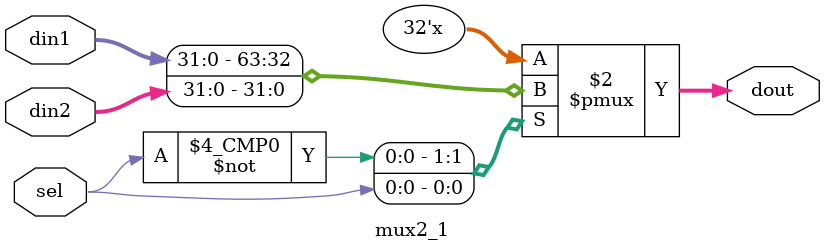
<source format=v>
`timescale 1ns / 1ps


module mux2_1(
    input       [31:0]      din1,
    input       [31:0]      din2,
    input                   sel,
    output reg  [31:0]      dout
    );

    always @(*)begin
        case(sel)
            1'b0:dout=din1;
            1'b1:dout=din2;
        endcase
    end
endmodule
</source>
